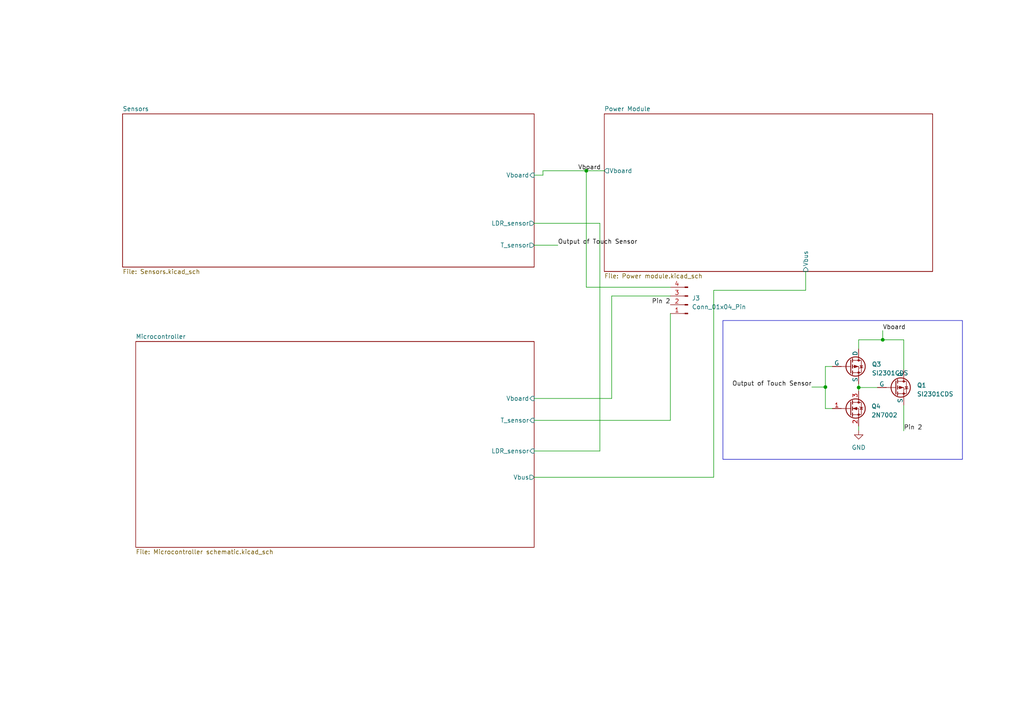
<source format=kicad_sch>
(kicad_sch (version 20230121) (generator eeschema)
  (paper "A4")
  (title_block (title "Full Schematic Group 14") (date "2023-03-12") (rev "Rev A") (company "UCT") (comment 1 "Aimee Simons (SMNAIM002)") (comment 2 "Ashik John (JHNASH009)") (comment 3 "Kudzi Kadzimu (KDZKUD001)"))
  (lib_symbols
    (symbol "Connector:Conn_01x04_Pin" (pin_names (offset 1.016) hide)
      (property "Reference" "J" (at 0 5.08 0))
      (property "Value" "Conn_01x04_Pin" (at 0 -7.62 0))
      (symbol "Conn_01x04_Pin_1_1"
        (polyline (pts (xy 1.27 -5.08) (xy 0.8636 -5.08)) (stroke (width 0.1524)))
        (polyline (pts (xy 1.27 -2.54) (xy 0.8636 -2.54)) (stroke (width 0.1524)))
        (polyline (pts (xy 1.27 0) (xy 0.8636 0)) (stroke (width 0.1524)))
        (polyline (pts (xy 1.27 2.54) (xy 0.8636 2.54)) (stroke (width 0.1524)))
        (rectangle (start 0.8636 -4.953) (end 0 -5.207) (stroke (width 0.1524)) (fill (type outline)))
        (rectangle (start 0.8636 -2.413) (end 0 -2.667) (stroke (width 0.1524)) (fill (type outline)))
        (rectangle (start 0.8636 0.127) (end 0 -0.127) (stroke (width 0.1524)) (fill (type outline)))
        (rectangle (start 0.8636 2.667) (end 0 2.413) (stroke (width 0.1524)) (fill (type outline)))
        (pin passive line (at 5.08 2.54 180) (length 3.81) (name "Pin_1") (number "1"))
        (pin passive line (at 5.08 0 180) (length 3.81) (name "Pin_2") (number "2"))
        (pin passive line (at 5.08 -2.54 180) (length 3.81) (name "Pin_3") (number "3"))
        (pin passive line (at 5.08 -5.08 180) (length 3.81) (name "Pin_4") (number "4"))
      )
    )
    (symbol "Simulation_SPICE:PMOS" (pin_numbers hide) (pin_names (offset 0))
      (property "Reference" "Q" (at 5.08 1.27 0))
      (property "Value" "PMOS" (at 5.08 -1.27 0))
      (symbol "PMOS_0_1"
        (polyline (pts (xy 0.254 0) (xy -2.54 0)))
        (polyline (pts (xy 0.254 1.905) (xy 0.254 -1.905)) (stroke (width 0.254)))
        (polyline (pts (xy 0.762 -1.27) (xy 0.762 -2.286)) (stroke (width 0.254)))
        (polyline (pts (xy 0.762 0.508) (xy 0.762 -0.508)) (stroke (width 0.254)))
        (polyline (pts (xy 0.762 2.286) (xy 0.762 1.27)) (stroke (width 0.254)))
        (polyline (pts (xy 2.54 2.54) (xy 2.54 1.778)))
        (polyline (pts (xy 2.54 -2.54) (xy 2.54 0) (xy 0.762 0)))
        (polyline (pts (xy 0.762 1.778) (xy 3.302 1.778) (xy 3.302 -1.778) (xy 0.762 -1.778)))
        (polyline (pts (xy 2.286 0) (xy 1.27 0.381) (xy 1.27 -0.381) (xy 2.286 0)) (fill (type outline)))
        (polyline (pts (xy 2.794 -0.508) (xy 2.921 -0.381) (xy 3.683 -0.381) (xy 3.81 -0.254)))
        (polyline (pts (xy 3.302 -0.381) (xy 2.921 0.254) (xy 3.683 0.254) (xy 3.302 -0.381)))
        (circle (center 1.651 0) (radius 2.794) (stroke (width 0.254)))
        (circle (center 2.54 -1.778) (radius 0.254) (fill (type outline)))
        (circle (center 2.54 1.778) (radius 0.254) (fill (type outline)))
      )
      (symbol "PMOS_1_1"
        (pin passive line (at 2.54 5.08 270) (length 2.54) (name "D") (number "1"))
        (pin input line (at -5.08 0 0) (length 2.54) (name "G") (number "2"))
        (pin passive line (at 2.54 -5.08 90) (length 2.54) (name "S") (number "3"))
      )
    )
    (symbol "Transistor_FET:2N7002" (pin_names hide)
      (property "Reference" "Q" (at 5.08 1.905 0))
      (property "Value" "2N7002" (at 5.08 0 0))
      (symbol "2N7002_0_1"
        (polyline (pts (xy 0.254 0) (xy -2.54 0)))
        (polyline (pts (xy 0.254 1.905) (xy 0.254 -1.905)) (stroke (width 0.254)))
        (polyline (pts (xy 0.762 -1.27) (xy 0.762 -2.286)) (stroke (width 0.254)))
        (polyline (pts (xy 0.762 0.508) (xy 0.762 -0.508)) (stroke (width 0.254)))
        (polyline (pts (xy 0.762 2.286) (xy 0.762 1.27)) (stroke (width 0.254)))
        (polyline (pts (xy 2.54 2.54) (xy 2.54 1.778)))
        (polyline (pts (xy 2.54 -2.54) (xy 2.54 0) (xy 0.762 0)))
        (polyline (pts (xy 0.762 -1.778) (xy 3.302 -1.778) (xy 3.302 1.778) (xy 0.762 1.778)))
        (polyline (pts (xy 1.016 0) (xy 2.032 0.381) (xy 2.032 -0.381) (xy 1.016 0)) (fill (type outline)))
        (polyline (pts (xy 2.794 0.508) (xy 2.921 0.381) (xy 3.683 0.381) (xy 3.81 0.254)))
        (polyline (pts (xy 3.302 0.381) (xy 2.921 -0.254) (xy 3.683 -0.254) (xy 3.302 0.381)))
        (circle (center 1.651 0) (radius 2.794) (stroke (width 0.254)))
        (circle (center 2.54 -1.778) (radius 0.254) (fill (type outline)))
        (circle (center 2.54 1.778) (radius 0.254) (fill (type outline)))
      )
      (symbol "2N7002_1_1"
        (pin input line (at -5.08 0 0) (length 2.54) (name "G") (number "1"))
        (pin passive line (at 2.54 -5.08 90) (length 2.54) (name "S") (number "2"))
        (pin passive line (at 2.54 5.08 270) (length 2.54) (name "D") (number "3"))
      )
    )
    (symbol "power:GND" (power) (pin_names (offset 0))
      (property "Value" "GND" (at 0 -3.81 0))
      (symbol "GND_0_1"
        (polyline (pts (xy 0 0) (xy 0 -1.27) (xy 1.27 -1.27) (xy 0 -2.54) (xy -1.27 -1.27) (xy 0 -1.27)))
      )
      (symbol "GND_1_1"
        (pin power_in line (at 0 0 270) (length 0) hide (name "GND") (number "1"))
      )
    )
  )
  (junction (at 249.047 112.395))
  (junction (at 170.053 49.53))
  (junction (at 239.395 112.268))
  (junction (at 256.032 98.552))
  (wire (pts (xy 207.01 138.43) (xy 154.94 138.43)))
  (wire (pts (xy 177.419 85.852) (xy 194.437 85.852)))
  (wire (pts (xy 256.032 98.552) (xy 262.128 98.552)))
  (wire (pts (xy 239.395 118.491) (xy 241.427 118.491)))
  (wire (pts (xy 170.053 83.312) (xy 194.437 83.312)))
  (wire (pts (xy 249.047 123.571) (xy 249.047 124.841)))
  (wire (pts (xy 233.68 78.74) (xy 233.68 84.201)))
  (wire (pts (xy 154.94 71.12) (xy 161.798 71.12)))
  (wire (pts (xy 157.48 49.53) (xy 157.48 50.8)))
  (wire (pts (xy 256.032 95.885) (xy 256.032 98.552)))
  (wire (pts (xy 249.047 112.395) (xy 249.047 113.411)))
  (wire (pts (xy 262.128 124.968) (xy 262.128 117.475)))
  (wire (pts (xy 249.047 98.552) (xy 256.032 98.552)))
  (wire (pts (xy 239.395 106.299) (xy 239.395 112.268)))
  (wire (pts (xy 173.99 64.77) (xy 173.99 130.81)))
  (wire (pts (xy 157.48 50.8) (xy 154.94 50.8)))
  (wire (pts (xy 170.053 49.53) (xy 175.26 49.53)))
  (wire (pts (xy 154.94 64.77) (xy 173.99 64.77)))
  (wire (pts (xy 154.94 121.92) (xy 194.437 121.92)))
  (wire (pts (xy 157.48 49.53) (xy 170.053 49.53)))
  (wire (pts (xy 235.458 112.268) (xy 239.395 112.268)))
  (wire (pts (xy 249.047 112.395) (xy 254.508 112.395)))
  (wire (pts (xy 233.68 84.201) (xy 207.01 84.201)))
  (wire (pts (xy 249.047 101.219) (xy 249.047 98.552)))
  (wire (pts (xy 194.437 90.932) (xy 194.437 121.92)))
  (wire (pts (xy 154.94 115.57) (xy 177.419 115.57)))
  (wire (pts (xy 173.99 130.81) (xy 154.94 130.81)))
  (wire (pts (xy 170.053 49.53) (xy 170.053 83.312)))
  (wire (pts (xy 177.419 85.852) (xy 177.419 115.57)))
  (wire (pts (xy 262.128 98.552) (xy 262.128 107.315)))
  (wire (pts (xy 239.395 112.268) (xy 239.395 118.491)))
  (wire (pts (xy 241.427 106.299) (xy 239.395 106.299)))
  (wire (pts (xy 249.047 111.379) (xy 249.047 112.395)))
  (wire (pts (xy 207.01 84.201) (xy 207.01 138.43)))
  (rectangle (start 209.677 92.964) (end 279.146 133.223))
  (label "Vboard" (at 167.64 49.53 0))
  (label "Vboard" (at 256.032 95.885 0))
  (label "Pin 2" (at 262.128 124.968 0))
  (label "Output of Touch Sensor" (at 161.798 71.12 0))
  (label "Output of Touch Sensor" (at 235.458 112.268 180))
  (label "Pin 2" (at 194.437 88.392 180))
  (symbol (lib_id "Transistor_FET:2N7002") (at 246.507 118.491 0) (unit 1)
    (property "Reference" "Q4" (at 252.73 117.856 0) (effects (justify left)))
    (property "Value" "2N7002" (at 252.73 120.396 0) (effects (justify left)))
    (property "Footprint" "Package_TO_SOT_SMD:SOT-23" (effects hide))
    (property "Datasheet" "https://www.onsemi.com/pub/Collateral/NDS7002A-D.PDF" (effects hide))
    (property "JLCPCB Part #" "C8545" (effects hide))
    (property "Price" "0.06" (effects hide))
    (property "Price ( 1 board)" "0.06" (effects hide))
    (property "Price (5 boards)" "0.3" (effects hide))
    (property "Populate" "Yes" (effects hide))
  )
  (symbol (lib_id "Connector:Conn_01x04_Pin") (at 199.517 88.392 180) (unit 1)
    (property "Reference" "J3" (at 200.66 86.487 0) (effects (justify right)))
    (property "Value" "Conn_01x04_Pin" (at 200.66 89.027 0) (effects (justify right)))
    (property "Footprint" "Connector_PinHeader_2.54mm:PinHeader_1x04_P2.54mm_Vertical" (effects hide))
  )
  (symbol (lib_id "power:GND") (at 249.047 124.841 0) (unit 1)
    (property "Reference" "#PWR020" (effects hide))
    (property "Value" "GND" (at 249.047 129.794 0))
  )
  (symbol (lib_id "Simulation_SPICE:PMOS") (at 259.588 112.395 0) (unit 1)
    (property "Reference" "Q1" (at 265.938 111.76 0) (effects (justify left)))
    (property "Value" "SI2301CDS" (at 265.938 114.3 0) (effects (justify left)))
    (property "Footprint" "Package_TO_SOT_SMD:SOT-23" (effects hide))
    (property "Datasheet" "https://ngspice.sourceforge.io/docs/ngspice-manual.pdf" (effects hide))
    (property "Sim.Device" "PMOS" (effects hide))
    (property "Sim.Type" "VDMOS" (effects hide))
    (property "Sim.Pins" "1=D 2=G 3=S" (effects hide))
    (property "JLCPCB Part #" "C10487" (effects hide))
    (property "Price" "0.5" (effects hide))
    (property "Price ( 1 board)" "0.5" (effects hide))
    (property "Price (5 boards)" "0.25" (effects hide))
    (property "Populate" "Yes" (effects hide))
  )
  (symbol (lib_id "Simulation_SPICE:PMOS") (at 246.507 106.299 0) (unit 1)
    (property "Reference" "Q3" (at 252.857 105.664 0) (effects (justify left)))
    (property "Value" "SI2301CDS" (at 252.857 108.204 0) (effects (justify left)))
    (property "Footprint" "Package_TO_SOT_SMD:SOT-23" (effects hide))
    (property "Datasheet" "https://ngspice.sourceforge.io/docs/ngspice-manual.pdf" (effects hide))
    (property "Sim.Device" "PMOS" (effects hide))
    (property "Sim.Type" "VDMOS" (effects hide))
    (property "Sim.Pins" "1=D 2=G 3=S" (effects hide))
    (property "JLCPCB Part #" "C10487" (effects hide))
    (property "Price" "0.5" (effects hide))
    (property "Price ( 1 board)" "0.5" (effects hide))
    (property "Price (5 boards)" "0.25" (effects hide))
    (property "Populate" "Yes" (effects hide))
  )
  (sheet (at 175.26 33.02) (size 95.25 45.72) (stroke (width 0.1524))
    (property "Sheetname" "Power Module" (at 175.26 32.3084 0) (effects (justify left bottom)))
    (property "Sheetfile" "Power module.kicad_sch" (at 175.26 79.3246 0) (effects (justify left top)))
    (pin "Vboard" output (at 175.26 49.53 180))
    (pin "Vbus" input (at 233.68 78.74 270))
  )
  (sheet (at 39.37 99.06) (size 115.57 59.69) (stroke (width 0.1524))
    (property "Sheetname" "Microcontroller" (at 39.37 98.3484 0) (effects (justify left bottom)))
    (property "Sheetfile" "Microcontroller schematic.kicad_sch" (at 39.37 159.3346 0) (effects (justify left top)))
    (pin "Vboard" input (at 154.94 115.57 0))
    (pin "T_sensor" input (at 154.94 121.92 0))
    (pin "LDR_sensor" input (at 154.94 130.81 0))
    (pin "Vbus" output (at 154.94 138.43 0))
  )
  (sheet (at 35.56 33.02) (size 119.38 44.45) (stroke (width 0.1524))
    (property "Sheetname" "Sensors" (at 35.56 32.3084 0) (effects (justify left bottom)))
    (property "Sheetfile" "Sensors.kicad_sch" (at 35.56 78.0546 0) (effects (justify left top)))
    (pin "Vboard" input (at 154.94 50.8 0))
    (pin "LDR_sensor" output (at 154.94 64.77 0))
    (pin "T_sensor" output (at 154.94 71.12 0))
  )
)
</source>
